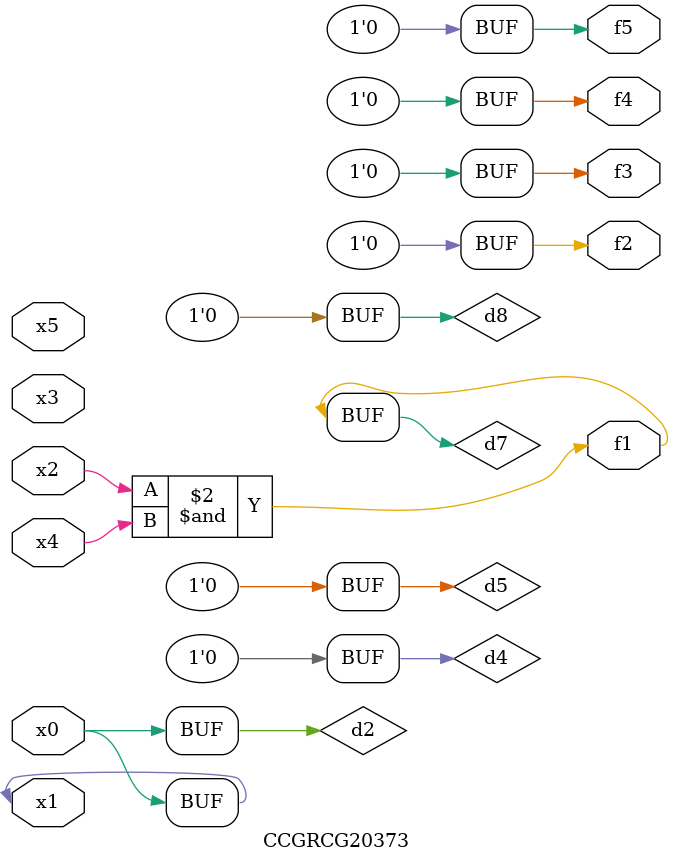
<source format=v>
module CCGRCG20373(
	input x0, x1, x2, x3, x4, x5,
	output f1, f2, f3, f4, f5
);

	wire d1, d2, d3, d4, d5, d6, d7, d8, d9;

	nand (d1, x1);
	buf (d2, x0, x1);
	nand (d3, x2, x4);
	and (d4, d1, d2);
	and (d5, d1, d2);
	nand (d6, d1, d3);
	not (d7, d3);
	xor (d8, d5);
	nor (d9, d5, d6);
	assign f1 = d7;
	assign f2 = d8;
	assign f3 = d8;
	assign f4 = d8;
	assign f5 = d8;
endmodule

</source>
